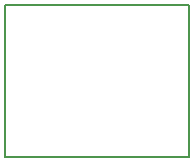
<source format=gbr>
%FSLAX35Y35*%
%MOIN*%
G04 EasyPC Gerber Version 18.0.9 Build 3640 *
%ADD10C,0.00500*%
X0Y0D02*
D02*
D10*
X250Y250D02*
X61537D01*
Y51203*
X250*
Y250*
X0Y0D02*
M02*

</source>
